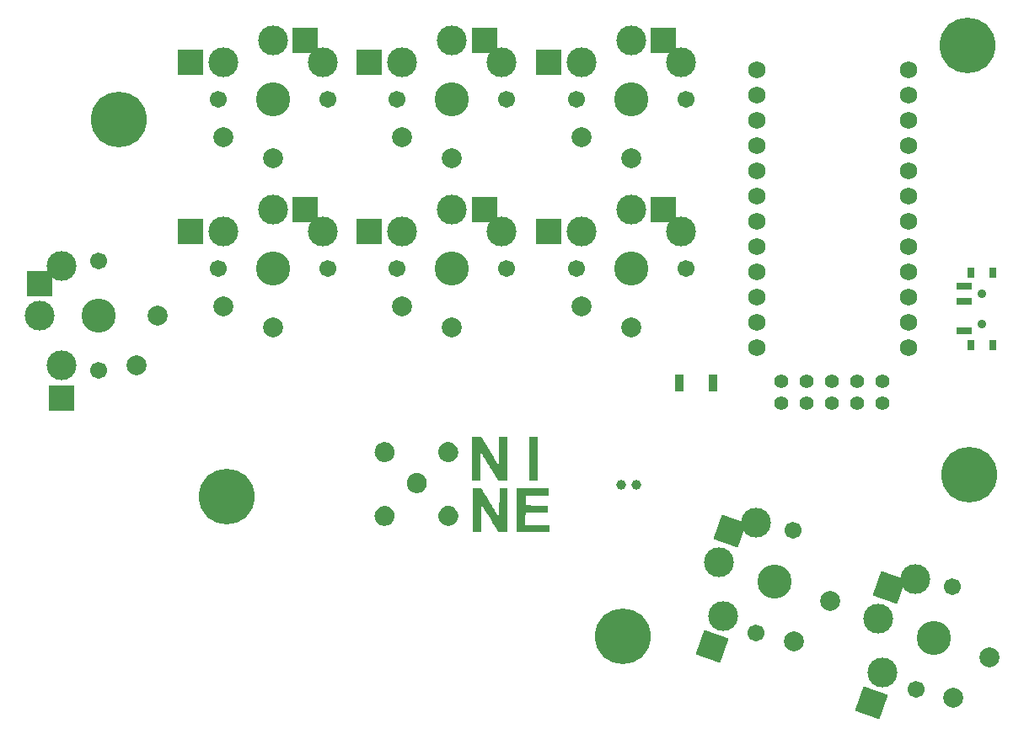
<source format=gts>
G04 #@! TF.GenerationSoftware,KiCad,Pcbnew,(6.0.8-1)-1*
G04 #@! TF.CreationDate,2022-11-22T18:51:54+00:00*
G04 #@! TF.ProjectId,nine-nano-no-jumpers,6e696e65-2d6e-4616-9e6f-2d6e6f2d6a75,v1.0.0*
G04 #@! TF.SameCoordinates,Original*
G04 #@! TF.FileFunction,Soldermask,Top*
G04 #@! TF.FilePolarity,Negative*
%FSLAX46Y46*%
G04 Gerber Fmt 4.6, Leading zero omitted, Abs format (unit mm)*
G04 Created by KiCad (PCBNEW (6.0.8-1)-1) date 2022-11-22 18:51:54*
%MOMM*%
%LPD*%
G01*
G04 APERTURE LIST*
G04 Aperture macros list*
%AMRotRect*
0 Rectangle, with rotation*
0 The origin of the aperture is its center*
0 $1 length*
0 $2 width*
0 $3 Rotation angle, in degrees counterclockwise*
0 Add horizontal line*
21,1,$1,$2,0,0,$3*%
G04 Aperture macros list end*
%ADD10C,1.752600*%
%ADD11C,5.600000*%
%ADD12C,1.397000*%
%ADD13C,3.429000*%
%ADD14C,1.701800*%
%ADD15C,3.000000*%
%ADD16C,2.000000*%
%ADD17R,2.600000X2.600000*%
%ADD18R,0.800000X1.000000*%
%ADD19C,0.900000*%
%ADD20R,1.500000X0.700000*%
%ADD21C,1.000000*%
%ADD22RotRect,2.600000X2.600000X70.500000*%
%ADD23R,0.900000X1.700000*%
G04 APERTURE END LIST*
G04 #@! TO.C,G\u002A\u002A\u002A*
G36*
X136812050Y-110720724D02*
G01*
X136929110Y-110750268D01*
X137041658Y-110793590D01*
X137148329Y-110849899D01*
X137247761Y-110918399D01*
X137338590Y-110998299D01*
X137419453Y-111088804D01*
X137488987Y-111189121D01*
X137545828Y-111298457D01*
X137577451Y-111380285D01*
X137610574Y-111504614D01*
X137627511Y-111628784D01*
X137628951Y-111751633D01*
X137615585Y-111872001D01*
X137588100Y-111988728D01*
X137547186Y-112100651D01*
X137493533Y-112206612D01*
X137427829Y-112305449D01*
X137350763Y-112396001D01*
X137263025Y-112477108D01*
X137165303Y-112547609D01*
X137058288Y-112606344D01*
X136942667Y-112652152D01*
X136819130Y-112683871D01*
X136801570Y-112687065D01*
X136741724Y-112694473D01*
X136672387Y-112698351D01*
X136599744Y-112698703D01*
X136529982Y-112695531D01*
X136469286Y-112688839D01*
X136457791Y-112686899D01*
X136334097Y-112655948D01*
X136216100Y-112609755D01*
X136105234Y-112549378D01*
X136002936Y-112475874D01*
X135910639Y-112390301D01*
X135829780Y-112293717D01*
X135761793Y-112187179D01*
X135750247Y-112165508D01*
X135708178Y-112076986D01*
X135677249Y-111994113D01*
X135655948Y-111911217D01*
X135642764Y-111822628D01*
X135636884Y-111740355D01*
X135639503Y-111613159D01*
X135658231Y-111489017D01*
X135692288Y-111369267D01*
X135740891Y-111255249D01*
X135803258Y-111148299D01*
X135878608Y-111049756D01*
X135966159Y-110960958D01*
X136065129Y-110883244D01*
X136174736Y-110817952D01*
X136176187Y-110817211D01*
X136241329Y-110785832D01*
X136300333Y-110761935D01*
X136360309Y-110743043D01*
X136428371Y-110726676D01*
X136447428Y-110722700D01*
X136569846Y-110706147D01*
X136691841Y-110705753D01*
X136812050Y-110720724D01*
G37*
G36*
X130308027Y-117117536D02*
G01*
X130432280Y-117134672D01*
X130553099Y-117167289D01*
X130669150Y-117215046D01*
X130779095Y-117277602D01*
X130881598Y-117354618D01*
X130955231Y-117424201D01*
X131038164Y-117522325D01*
X131106575Y-117627703D01*
X131160454Y-117738928D01*
X131199793Y-117854595D01*
X131224579Y-117973298D01*
X131234804Y-118093633D01*
X131230456Y-118214193D01*
X131211527Y-118333574D01*
X131178005Y-118450369D01*
X131129881Y-118563174D01*
X131067144Y-118670582D01*
X130989784Y-118771188D01*
X130965173Y-118798296D01*
X130867911Y-118890084D01*
X130763344Y-118966553D01*
X130651382Y-119027749D01*
X130531935Y-119073724D01*
X130404911Y-119104526D01*
X130401608Y-119105108D01*
X130345462Y-119112155D01*
X130279688Y-119116076D01*
X130210192Y-119116864D01*
X130142882Y-119114514D01*
X130083666Y-119109018D01*
X130061062Y-119105485D01*
X129935627Y-119074174D01*
X129816770Y-119028126D01*
X129705644Y-118968370D01*
X129603405Y-118895937D01*
X129511206Y-118811856D01*
X129430204Y-118717158D01*
X129361550Y-118612873D01*
X129306402Y-118500031D01*
X129271915Y-118401316D01*
X129253874Y-118332602D01*
X129241918Y-118269555D01*
X129235117Y-118205334D01*
X129232540Y-118133096D01*
X129232447Y-118111344D01*
X129240771Y-117983371D01*
X129264910Y-117859595D01*
X129303985Y-117741214D01*
X129357118Y-117629429D01*
X129423428Y-117525438D01*
X129502038Y-117430441D01*
X129592068Y-117345636D01*
X129692638Y-117272224D01*
X129802871Y-117211404D01*
X129921886Y-117164374D01*
X129928027Y-117162414D01*
X130054564Y-117131066D01*
X130181676Y-117116220D01*
X130308027Y-117117536D01*
G37*
G36*
X136737001Y-117124785D02*
G01*
X136857625Y-117144541D01*
X136975644Y-117179188D01*
X137089583Y-117228811D01*
X137197964Y-117293493D01*
X137238770Y-117323095D01*
X137264581Y-117344598D01*
X137297039Y-117374166D01*
X137331341Y-117407331D01*
X137353528Y-117429925D01*
X137438634Y-117530429D01*
X137508229Y-117637795D01*
X137562194Y-117751734D01*
X137600415Y-117871956D01*
X137622774Y-117998171D01*
X137629239Y-118116511D01*
X137621040Y-118246906D01*
X137596831Y-118372941D01*
X137557128Y-118493473D01*
X137502449Y-118607361D01*
X137433311Y-118713463D01*
X137350231Y-118810637D01*
X137288275Y-118869099D01*
X137185110Y-118948458D01*
X137076659Y-119011931D01*
X136961791Y-119060012D01*
X136839373Y-119093192D01*
X136736113Y-119109244D01*
X136684771Y-119114240D01*
X136642228Y-119116547D01*
X136601751Y-119116143D01*
X136556607Y-119113009D01*
X136512934Y-119108558D01*
X136407767Y-119089851D01*
X136300001Y-119057346D01*
X136194103Y-119012684D01*
X136094537Y-118957507D01*
X136084677Y-118951199D01*
X136036748Y-118916300D01*
X135983891Y-118871462D01*
X135930003Y-118820539D01*
X135878984Y-118767390D01*
X135834734Y-118715870D01*
X135802812Y-118672403D01*
X135738096Y-118558717D01*
X135689126Y-118440765D01*
X135655757Y-118319878D01*
X135637839Y-118197391D01*
X135635227Y-118074636D01*
X135647773Y-117952946D01*
X135675330Y-117833654D01*
X135717751Y-117718093D01*
X135774888Y-117607597D01*
X135846594Y-117503499D01*
X135932722Y-117407131D01*
X135943719Y-117396436D01*
X136041238Y-117314292D01*
X136146486Y-117246454D01*
X136257987Y-117193005D01*
X136374266Y-117154031D01*
X136493845Y-117129613D01*
X136615249Y-117119837D01*
X136737001Y-117124785D01*
G37*
G36*
X140770513Y-111530933D02*
G01*
X140857251Y-111672507D01*
X140942112Y-111811019D01*
X141024626Y-111945704D01*
X141104325Y-112075795D01*
X141180739Y-112200528D01*
X141253400Y-112319137D01*
X141321837Y-112430856D01*
X141385583Y-112534919D01*
X141444169Y-112630561D01*
X141497125Y-112717016D01*
X141543982Y-112793519D01*
X141584271Y-112859303D01*
X141617524Y-112913603D01*
X141643271Y-112955654D01*
X141661044Y-112984690D01*
X141669889Y-112999154D01*
X141725367Y-113089986D01*
X141727514Y-111621764D01*
X141729660Y-110153543D01*
X142553074Y-110153543D01*
X142553074Y-114559642D01*
X142106862Y-114557445D01*
X141660650Y-114555247D01*
X141324810Y-114011932D01*
X141267728Y-113919585D01*
X141210925Y-113827684D01*
X141155390Y-113737832D01*
X141102112Y-113651630D01*
X141052081Y-113570677D01*
X141006287Y-113496577D01*
X140965719Y-113430929D01*
X140931368Y-113375336D01*
X140904221Y-113331398D01*
X140889348Y-113307320D01*
X140865035Y-113267969D01*
X140833102Y-113216305D01*
X140794861Y-113154450D01*
X140751624Y-113084528D01*
X140704706Y-113008662D01*
X140655420Y-112928976D01*
X140605079Y-112847594D01*
X140554995Y-112766638D01*
X140545487Y-112751270D01*
X140493411Y-112667087D01*
X140439041Y-112579169D01*
X140383983Y-112490113D01*
X140329842Y-112402516D01*
X140278221Y-112318975D01*
X140230727Y-112242088D01*
X140188965Y-112174451D01*
X140154634Y-112118817D01*
X140115912Y-112056047D01*
X140077031Y-111993035D01*
X140039684Y-111932526D01*
X140005567Y-111877266D01*
X139976374Y-111829999D01*
X139953800Y-111793470D01*
X139947727Y-111783650D01*
X139887433Y-111686184D01*
X139887433Y-114559492D01*
X139055481Y-114559492D01*
X139055481Y-110153543D01*
X139926614Y-110153543D01*
X140770513Y-111530933D01*
G37*
G36*
X133592315Y-113819552D02*
G01*
X133717857Y-113844234D01*
X133841446Y-113885520D01*
X133962449Y-113943343D01*
X134037001Y-113988190D01*
X134067358Y-114010863D01*
X134105146Y-114043420D01*
X134147079Y-114082572D01*
X134189873Y-114125036D01*
X134230240Y-114167524D01*
X134264896Y-114206752D01*
X134290553Y-114239433D01*
X134295499Y-114246688D01*
X134360702Y-114357948D01*
X134410009Y-114467989D01*
X134444110Y-114579227D01*
X134463697Y-114694076D01*
X134469459Y-114814952D01*
X134468609Y-114852373D01*
X134463851Y-114932231D01*
X134455367Y-115001165D01*
X134441991Y-115065038D01*
X134422555Y-115129710D01*
X134402505Y-115184306D01*
X134349571Y-115297623D01*
X134282567Y-115403643D01*
X134203062Y-115500800D01*
X134112624Y-115587527D01*
X134012819Y-115662260D01*
X133905218Y-115723431D01*
X133830314Y-115755757D01*
X133753892Y-115782252D01*
X133683395Y-115800758D01*
X133612296Y-115812529D01*
X133534068Y-115818820D01*
X133494986Y-115820193D01*
X133449244Y-115821005D01*
X133408088Y-115821185D01*
X133375227Y-115820757D01*
X133354367Y-115819745D01*
X133350668Y-115819272D01*
X133286877Y-115807267D01*
X133236088Y-115796874D01*
X133194537Y-115787019D01*
X133158462Y-115776627D01*
X133124098Y-115764624D01*
X133087683Y-115749935D01*
X133049298Y-115733196D01*
X132938646Y-115674843D01*
X132836829Y-115602779D01*
X132744892Y-115518381D01*
X132663879Y-115423024D01*
X132594833Y-115318082D01*
X132538798Y-115204932D01*
X132496819Y-115084949D01*
X132471987Y-114972680D01*
X132460015Y-114847470D01*
X132464209Y-114723296D01*
X132483787Y-114601548D01*
X132517965Y-114483613D01*
X132565960Y-114370882D01*
X132626990Y-114264743D01*
X132700272Y-114166585D01*
X132785023Y-114077798D01*
X132880459Y-113999770D01*
X132985799Y-113933891D01*
X133083255Y-113888194D01*
X133210290Y-113845796D01*
X133337899Y-113820267D01*
X133465452Y-113811541D01*
X133592315Y-113819552D01*
G37*
G36*
X146755280Y-116095997D02*
G01*
X145573145Y-116098149D01*
X144391009Y-116100301D01*
X144391009Y-117076571D01*
X145492496Y-117078725D01*
X146593984Y-117080879D01*
X146593984Y-117819322D01*
X145492496Y-117821476D01*
X144391009Y-117823630D01*
X144388830Y-118424248D01*
X144386650Y-119024866D01*
X146840173Y-119024866D01*
X146840173Y-119771925D01*
X143503877Y-119771925D01*
X143503877Y-115348997D01*
X146755280Y-115348997D01*
X146755280Y-116095997D01*
G37*
G36*
X145624097Y-112354395D02*
G01*
X145621958Y-114563737D01*
X145178392Y-114566173D01*
X144734826Y-114568610D01*
X144734826Y-110145054D01*
X145626235Y-110145054D01*
X145624097Y-112354395D01*
G37*
G36*
X142595521Y-119771925D02*
G01*
X141705300Y-119771925D01*
X141688805Y-119748580D01*
X141682607Y-119738913D01*
X141667963Y-119715569D01*
X141645349Y-119679314D01*
X141615241Y-119630918D01*
X141578115Y-119571148D01*
X141534447Y-119500773D01*
X141484712Y-119420559D01*
X141429387Y-119331275D01*
X141368948Y-119233690D01*
X141303870Y-119128570D01*
X141234629Y-119016684D01*
X141161701Y-118898800D01*
X141085563Y-118775686D01*
X141006689Y-118648110D01*
X140927355Y-118519753D01*
X140844188Y-118385172D01*
X140762058Y-118252273D01*
X140681541Y-118121984D01*
X140603211Y-117995237D01*
X140527643Y-117872960D01*
X140455413Y-117756085D01*
X140387095Y-117645542D01*
X140323263Y-117542260D01*
X140264493Y-117447169D01*
X140211360Y-117361201D01*
X140164438Y-117285284D01*
X140124302Y-117220349D01*
X140091527Y-117167326D01*
X140066688Y-117127145D01*
X140054017Y-117106653D01*
X139925635Y-116899034D01*
X139923488Y-118335480D01*
X139921341Y-119771925D01*
X139089438Y-119771925D01*
X139089438Y-115348843D01*
X139524280Y-115351043D01*
X139959122Y-115353242D01*
X140099711Y-115582453D01*
X140141322Y-115650300D01*
X140188897Y-115727885D01*
X140242707Y-115815650D01*
X140303021Y-115914034D01*
X140370109Y-116023476D01*
X140444241Y-116144417D01*
X140525686Y-116277298D01*
X140614714Y-116422556D01*
X140711595Y-116580634D01*
X140816598Y-116751970D01*
X140929993Y-116937005D01*
X141023325Y-117089305D01*
X141082685Y-117186163D01*
X141145393Y-117288468D01*
X141209908Y-117393709D01*
X141274690Y-117499374D01*
X141338199Y-117602951D01*
X141398896Y-117701929D01*
X141455239Y-117793796D01*
X141505690Y-117876041D01*
X141546094Y-117941893D01*
X141759324Y-118289368D01*
X141767814Y-115353242D01*
X142181667Y-115351039D01*
X142595521Y-115348836D01*
X142595521Y-119771925D01*
G37*
G36*
X130336859Y-110706509D02*
G01*
X130461512Y-110727149D01*
X130576517Y-110760830D01*
X130690841Y-110810475D01*
X130797243Y-110874313D01*
X130894658Y-110951003D01*
X130982019Y-111039205D01*
X131058259Y-111137580D01*
X131122312Y-111244785D01*
X131173110Y-111359482D01*
X131209587Y-111480329D01*
X131227540Y-111578974D01*
X131235527Y-111704478D01*
X131227290Y-111828787D01*
X131203583Y-111950450D01*
X131165157Y-112068018D01*
X131112767Y-112180041D01*
X131047164Y-112285070D01*
X130969102Y-112381655D01*
X130879334Y-112468346D01*
X130778612Y-112543694D01*
X130703371Y-112588180D01*
X130596762Y-112637449D01*
X130487146Y-112672673D01*
X130370296Y-112695117D01*
X130329698Y-112699906D01*
X130283923Y-112704253D01*
X130248918Y-112706575D01*
X130218606Y-112706984D01*
X130186915Y-112705590D01*
X130154445Y-112703076D01*
X130025726Y-112683849D01*
X129902560Y-112649077D01*
X129786047Y-112599597D01*
X129677284Y-112536247D01*
X129577372Y-112459866D01*
X129487410Y-112371291D01*
X129408496Y-112271361D01*
X129341730Y-112160914D01*
X129289139Y-112043263D01*
X129258242Y-111939841D01*
X129239289Y-111828214D01*
X129232326Y-111712291D01*
X129237399Y-111595980D01*
X129254554Y-111483190D01*
X129281367Y-111384952D01*
X129330603Y-111265666D01*
X129392914Y-111156104D01*
X129467056Y-111056864D01*
X129551785Y-110968548D01*
X129645857Y-110891753D01*
X129748029Y-110827080D01*
X129857058Y-110775127D01*
X129971698Y-110736494D01*
X130090708Y-110711781D01*
X130212843Y-110701586D01*
X130336859Y-110706509D01*
G37*
G04 #@! TD*
D10*
G04 #@! TO.C,U1*
X167630000Y-73244000D03*
X167630000Y-75784000D03*
X167630000Y-78324000D03*
X167630000Y-80864000D03*
X167630000Y-83404000D03*
X167630000Y-85944000D03*
X167630000Y-88484000D03*
X167630000Y-91024000D03*
X167630000Y-93564000D03*
X167630000Y-96104000D03*
X167630000Y-98644000D03*
X167630000Y-101184000D03*
X182870000Y-101184000D03*
X182870000Y-98644000D03*
X182870000Y-96104000D03*
X182870000Y-93564000D03*
X182870000Y-91024000D03*
X182870000Y-88484000D03*
X182870000Y-85944000D03*
X182870000Y-83404000D03*
X182870000Y-80864000D03*
X182870000Y-78324000D03*
X182870000Y-75784000D03*
X182870000Y-73244000D03*
G04 #@! TD*
D11*
G04 #@! TO.C,REF\u002A\u002A*
X103500000Y-78250000D03*
G04 #@! TD*
G04 #@! TO.C,REF\u002A\u002A*
X154200000Y-130250000D03*
G04 #@! TD*
D12*
G04 #@! TO.C,J3*
X170110000Y-106795000D03*
X172650000Y-106795000D03*
X175190000Y-106795000D03*
X177730000Y-106795000D03*
X180270000Y-106795000D03*
G04 #@! TD*
D13*
G04 #@! TO.C,SW1*
X101500000Y-98000000D03*
D14*
X101500000Y-92500000D03*
D15*
X97750000Y-93000000D03*
D14*
X101500000Y-103500000D03*
D15*
X95550000Y-98000000D03*
X97750000Y-103000000D03*
D16*
X105300000Y-103000000D03*
D17*
X95550000Y-94725000D03*
X97750000Y-106275000D03*
D16*
X107400000Y-98000000D03*
G04 #@! TD*
D18*
G04 #@! TO.C,SWF1*
X191330000Y-93650000D03*
X189120000Y-100950000D03*
X191330000Y-100950000D03*
D19*
X190230000Y-98800000D03*
D18*
X189120000Y-93650000D03*
D19*
X190230000Y-95800000D03*
D20*
X188470000Y-99550000D03*
X188470000Y-96550000D03*
X188470000Y-95050000D03*
G04 #@! TD*
D21*
G04 #@! TO.C,J1*
X154000000Y-115000000D03*
X155500000Y-115000000D03*
G04 #@! TD*
D14*
G04 #@! TO.C,SW9*
X183606966Y-135598644D03*
D15*
X180238964Y-133875548D03*
D13*
X185442904Y-130414116D03*
D15*
X183577033Y-124449133D03*
D14*
X187278842Y-125229588D03*
D15*
X179834187Y-128427965D03*
D16*
X187355907Y-136395790D03*
D22*
X180927405Y-125340814D03*
D16*
X191004489Y-132383576D03*
D22*
X179145747Y-136962699D03*
G04 #@! TD*
D11*
G04 #@! TO.C,REF\u002A\u002A*
X189000000Y-114000000D03*
G04 #@! TD*
D15*
G04 #@! TO.C,SW5*
X119000000Y-87300000D03*
D13*
X119000000Y-93250000D03*
D15*
X114000000Y-89500000D03*
X124000000Y-89500000D03*
D14*
X124500000Y-93250000D03*
X113500000Y-93250000D03*
D17*
X122275000Y-87300000D03*
D16*
X114000000Y-97050000D03*
D17*
X110725000Y-89500000D03*
D16*
X119000000Y-99150000D03*
G04 #@! TD*
D15*
G04 #@! TO.C,SW3*
X132000000Y-72500000D03*
X137000000Y-70300000D03*
X142000000Y-72500000D03*
D13*
X137000000Y-76250000D03*
D14*
X142500000Y-76250000D03*
X131500000Y-76250000D03*
D16*
X132000000Y-80050000D03*
D17*
X140275000Y-70300000D03*
D16*
X137000000Y-82150000D03*
D17*
X128725000Y-72500000D03*
G04 #@! TD*
D23*
G04 #@! TO.C,RESET1*
X159800000Y-104800000D03*
X163200000Y-104800000D03*
G04 #@! TD*
D11*
G04 #@! TO.C,REF\u002A\u002A*
X114350000Y-116200000D03*
G04 #@! TD*
G04 #@! TO.C,REF\u002A\u002A*
X188800000Y-70800000D03*
G04 #@! TD*
D15*
G04 #@! TO.C,SW4*
X160000000Y-72500000D03*
X155000000Y-70300000D03*
D13*
X155000000Y-76250000D03*
D14*
X160500000Y-76250000D03*
X149500000Y-76250000D03*
D15*
X150000000Y-72500000D03*
D17*
X158275000Y-70300000D03*
D16*
X150000000Y-80050000D03*
D17*
X146725000Y-72500000D03*
D16*
X155000000Y-82150000D03*
G04 #@! TD*
D14*
G04 #@! TO.C,SW7*
X160500000Y-93250000D03*
D15*
X160000000Y-89500000D03*
X155000000Y-87300000D03*
X150000000Y-89500000D03*
D14*
X149500000Y-93250000D03*
D13*
X155000000Y-93250000D03*
D16*
X150000000Y-97050000D03*
D17*
X158275000Y-87300000D03*
D16*
X155000000Y-99150000D03*
D17*
X146725000Y-89500000D03*
G04 #@! TD*
D12*
G04 #@! TO.C,J2*
X170110000Y-104595000D03*
X172650000Y-104595000D03*
X175190000Y-104595000D03*
X177730000Y-104595000D03*
X180270000Y-104595000D03*
G04 #@! TD*
D14*
G04 #@! TO.C,SW6*
X131500000Y-93250000D03*
D15*
X142000000Y-89500000D03*
X132000000Y-89500000D03*
D13*
X137000000Y-93250000D03*
D15*
X137000000Y-87300000D03*
D14*
X142500000Y-93250000D03*
D16*
X132000000Y-97050000D03*
D17*
X140275000Y-87300000D03*
D16*
X137000000Y-99150000D03*
D17*
X128725000Y-89500000D03*
G04 #@! TD*
D15*
G04 #@! TO.C,SW8*
X167552129Y-118774417D03*
X164214060Y-128200832D03*
D14*
X171253938Y-119554872D03*
D15*
X163809283Y-122753249D03*
D13*
X169418000Y-124739400D03*
D14*
X167582062Y-129923928D03*
D16*
X171331003Y-130721074D03*
D22*
X164902501Y-119666098D03*
D16*
X174979585Y-126708860D03*
D22*
X163120843Y-131287983D03*
G04 #@! TD*
D14*
G04 #@! TO.C,SW2*
X124500000Y-76250000D03*
D15*
X124000000Y-72500000D03*
X114000000Y-72500000D03*
D14*
X113500000Y-76250000D03*
D15*
X119000000Y-70300000D03*
D13*
X119000000Y-76250000D03*
D16*
X114000000Y-80050000D03*
D17*
X122275000Y-70300000D03*
X110725000Y-72500000D03*
D16*
X119000000Y-82150000D03*
G04 #@! TD*
M02*

</source>
